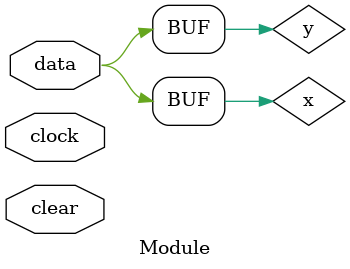
<source format=v>
module Module(input clock, input clear, input data);
    wire x, y;
    assign y = data;
    assign x = y;
    task hello;
        $display("Hello!");
    endtask
endmodule

</source>
